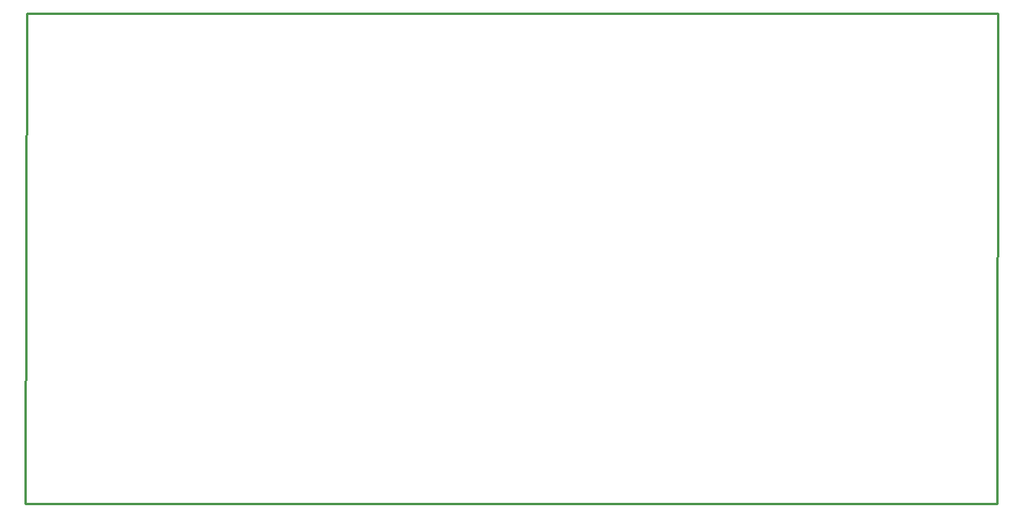
<source format=gbr>
G04 EAGLE Gerber RS-274X export*
G75*
%MOMM*%
%FSLAX34Y34*%
%LPD*%
%IN*%
%IPPOS*%
%AMOC8*
5,1,8,0,0,1.08239X$1,22.5*%
G01*
%ADD10C,0.254000*%


D10*
X-44000Y80000D02*
X1000000Y80000D01*
X1001000Y607000D01*
X-43000Y607000D01*
X-44000Y80000D01*
M02*

</source>
